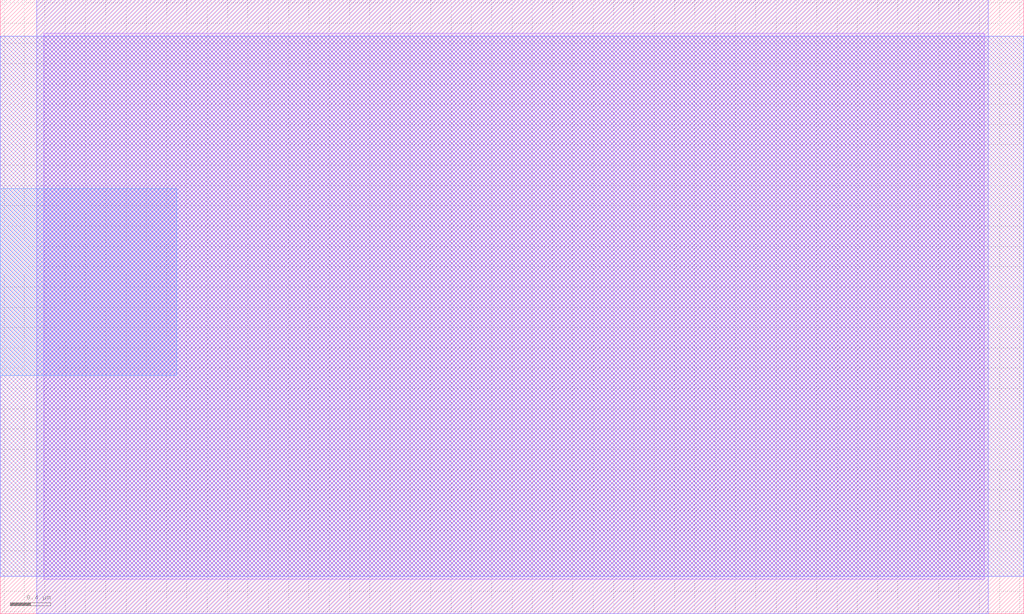
<source format=lef>
VERSION 5.7 ;
  NOWIREEXTENSIONATPIN ON ;
  DIVIDERCHAR "/" ;
  BUSBITCHARS "[]" ;
MACRO /home/bjmuld/work/hilas/fastlane/PDKs/sky130A_hilas/libs.ref/sky130_hilas_sc/mag/sky130_hilas_cellAttempt01
  CLASS BLOCK ;
  FOREIGN /home/bjmuld/work/hilas/fastlane/PDKs/sky130A_hilas/libs.ref/sky130_hilas_sc/mag/sky130_hilas_cellAttempt01 ;
  ORIGIN 2.640 3.820 ;
  SIZE 10.080 BY 6.050 ;
  OBS
      LAYER nwell ;
        RECT -2.640 -1.470 -0.900 0.370 ;
      LAYER li1 ;
        RECT -2.210 -3.480 7.050 1.900 ;
      LAYER met1 ;
        RECT -2.280 -3.820 7.090 2.230 ;
      LAYER met2 ;
        RECT -2.640 -3.450 7.440 1.870 ;
  END
END /home/bjmuld/work/hilas/fastlane/PDKs/sky130A_hilas/libs.ref/sky130_hilas_sc/mag/sky130_hilas_cellAttempt01
END LIBRARY


</source>
